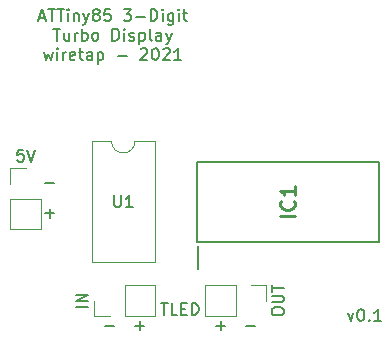
<source format=gbr>
%TF.GenerationSoftware,KiCad,Pcbnew,(5.1.6)-1*%
%TF.CreationDate,2021-07-08T13:54:37-04:00*%
%TF.ProjectId,Turbo-Display-V3-Simple,54757262-6f2d-4446-9973-706c61792d56,rev?*%
%TF.SameCoordinates,Original*%
%TF.FileFunction,Legend,Top*%
%TF.FilePolarity,Positive*%
%FSLAX46Y46*%
G04 Gerber Fmt 4.6, Leading zero omitted, Abs format (unit mm)*
G04 Created by KiCad (PCBNEW (5.1.6)-1) date 2021-07-08 13:54:37*
%MOMM*%
%LPD*%
G01*
G04 APERTURE LIST*
%ADD10C,0.150000*%
%ADD11C,0.200000*%
%ADD12C,0.120000*%
%ADD13C,0.254000*%
G04 APERTURE END LIST*
D10*
X150336428Y-106592714D02*
X150574523Y-107259380D01*
X150812619Y-106592714D01*
X151384047Y-106259380D02*
X151479285Y-106259380D01*
X151574523Y-106307000D01*
X151622142Y-106354619D01*
X151669761Y-106449857D01*
X151717380Y-106640333D01*
X151717380Y-106878428D01*
X151669761Y-107068904D01*
X151622142Y-107164142D01*
X151574523Y-107211761D01*
X151479285Y-107259380D01*
X151384047Y-107259380D01*
X151288809Y-107211761D01*
X151241190Y-107164142D01*
X151193571Y-107068904D01*
X151145952Y-106878428D01*
X151145952Y-106640333D01*
X151193571Y-106449857D01*
X151241190Y-106354619D01*
X151288809Y-106307000D01*
X151384047Y-106259380D01*
X152145952Y-107164142D02*
X152193571Y-107211761D01*
X152145952Y-107259380D01*
X152098333Y-107211761D01*
X152145952Y-107164142D01*
X152145952Y-107259380D01*
X153145952Y-107259380D02*
X152574523Y-107259380D01*
X152860238Y-107259380D02*
X152860238Y-106259380D01*
X152765000Y-106402238D01*
X152669761Y-106497476D01*
X152574523Y-106545095D01*
X124214714Y-81574666D02*
X124690904Y-81574666D01*
X124119476Y-81860380D02*
X124452809Y-80860380D01*
X124786142Y-81860380D01*
X124976619Y-80860380D02*
X125548047Y-80860380D01*
X125262333Y-81860380D02*
X125262333Y-80860380D01*
X125738523Y-80860380D02*
X126309952Y-80860380D01*
X126024238Y-81860380D02*
X126024238Y-80860380D01*
X126643285Y-81860380D02*
X126643285Y-81193714D01*
X126643285Y-80860380D02*
X126595666Y-80908000D01*
X126643285Y-80955619D01*
X126690904Y-80908000D01*
X126643285Y-80860380D01*
X126643285Y-80955619D01*
X127119476Y-81193714D02*
X127119476Y-81860380D01*
X127119476Y-81288952D02*
X127167095Y-81241333D01*
X127262333Y-81193714D01*
X127405190Y-81193714D01*
X127500428Y-81241333D01*
X127548047Y-81336571D01*
X127548047Y-81860380D01*
X127929000Y-81193714D02*
X128167095Y-81860380D01*
X128405190Y-81193714D02*
X128167095Y-81860380D01*
X128071857Y-82098476D01*
X128024238Y-82146095D01*
X127929000Y-82193714D01*
X128929000Y-81288952D02*
X128833761Y-81241333D01*
X128786142Y-81193714D01*
X128738523Y-81098476D01*
X128738523Y-81050857D01*
X128786142Y-80955619D01*
X128833761Y-80908000D01*
X128929000Y-80860380D01*
X129119476Y-80860380D01*
X129214714Y-80908000D01*
X129262333Y-80955619D01*
X129309952Y-81050857D01*
X129309952Y-81098476D01*
X129262333Y-81193714D01*
X129214714Y-81241333D01*
X129119476Y-81288952D01*
X128929000Y-81288952D01*
X128833761Y-81336571D01*
X128786142Y-81384190D01*
X128738523Y-81479428D01*
X128738523Y-81669904D01*
X128786142Y-81765142D01*
X128833761Y-81812761D01*
X128929000Y-81860380D01*
X129119476Y-81860380D01*
X129214714Y-81812761D01*
X129262333Y-81765142D01*
X129309952Y-81669904D01*
X129309952Y-81479428D01*
X129262333Y-81384190D01*
X129214714Y-81336571D01*
X129119476Y-81288952D01*
X130214714Y-80860380D02*
X129738523Y-80860380D01*
X129690904Y-81336571D01*
X129738523Y-81288952D01*
X129833761Y-81241333D01*
X130071857Y-81241333D01*
X130167095Y-81288952D01*
X130214714Y-81336571D01*
X130262333Y-81431809D01*
X130262333Y-81669904D01*
X130214714Y-81765142D01*
X130167095Y-81812761D01*
X130071857Y-81860380D01*
X129833761Y-81860380D01*
X129738523Y-81812761D01*
X129690904Y-81765142D01*
X131357571Y-80860380D02*
X131976619Y-80860380D01*
X131643285Y-81241333D01*
X131786142Y-81241333D01*
X131881380Y-81288952D01*
X131929000Y-81336571D01*
X131976619Y-81431809D01*
X131976619Y-81669904D01*
X131929000Y-81765142D01*
X131881380Y-81812761D01*
X131786142Y-81860380D01*
X131500428Y-81860380D01*
X131405190Y-81812761D01*
X131357571Y-81765142D01*
X132405190Y-81479428D02*
X133167095Y-81479428D01*
X133643285Y-81860380D02*
X133643285Y-80860380D01*
X133881380Y-80860380D01*
X134024238Y-80908000D01*
X134119476Y-81003238D01*
X134167095Y-81098476D01*
X134214714Y-81288952D01*
X134214714Y-81431809D01*
X134167095Y-81622285D01*
X134119476Y-81717523D01*
X134024238Y-81812761D01*
X133881380Y-81860380D01*
X133643285Y-81860380D01*
X134643285Y-81860380D02*
X134643285Y-81193714D01*
X134643285Y-80860380D02*
X134595666Y-80908000D01*
X134643285Y-80955619D01*
X134690904Y-80908000D01*
X134643285Y-80860380D01*
X134643285Y-80955619D01*
X135548047Y-81193714D02*
X135548047Y-82003238D01*
X135500428Y-82098476D01*
X135452809Y-82146095D01*
X135357571Y-82193714D01*
X135214714Y-82193714D01*
X135119476Y-82146095D01*
X135548047Y-81812761D02*
X135452809Y-81860380D01*
X135262333Y-81860380D01*
X135167095Y-81812761D01*
X135119476Y-81765142D01*
X135071857Y-81669904D01*
X135071857Y-81384190D01*
X135119476Y-81288952D01*
X135167095Y-81241333D01*
X135262333Y-81193714D01*
X135452809Y-81193714D01*
X135548047Y-81241333D01*
X136024238Y-81860380D02*
X136024238Y-81193714D01*
X136024238Y-80860380D02*
X135976619Y-80908000D01*
X136024238Y-80955619D01*
X136071857Y-80908000D01*
X136024238Y-80860380D01*
X136024238Y-80955619D01*
X136357571Y-81193714D02*
X136738523Y-81193714D01*
X136500428Y-80860380D02*
X136500428Y-81717523D01*
X136548047Y-81812761D01*
X136643285Y-81860380D01*
X136738523Y-81860380D01*
X125405190Y-82510380D02*
X125976619Y-82510380D01*
X125690904Y-83510380D02*
X125690904Y-82510380D01*
X126738523Y-82843714D02*
X126738523Y-83510380D01*
X126309952Y-82843714D02*
X126309952Y-83367523D01*
X126357571Y-83462761D01*
X126452809Y-83510380D01*
X126595666Y-83510380D01*
X126690904Y-83462761D01*
X126738523Y-83415142D01*
X127214714Y-83510380D02*
X127214714Y-82843714D01*
X127214714Y-83034190D02*
X127262333Y-82938952D01*
X127309952Y-82891333D01*
X127405190Y-82843714D01*
X127500428Y-82843714D01*
X127833761Y-83510380D02*
X127833761Y-82510380D01*
X127833761Y-82891333D02*
X127929000Y-82843714D01*
X128119476Y-82843714D01*
X128214714Y-82891333D01*
X128262333Y-82938952D01*
X128309952Y-83034190D01*
X128309952Y-83319904D01*
X128262333Y-83415142D01*
X128214714Y-83462761D01*
X128119476Y-83510380D01*
X127929000Y-83510380D01*
X127833761Y-83462761D01*
X128881380Y-83510380D02*
X128786142Y-83462761D01*
X128738523Y-83415142D01*
X128690904Y-83319904D01*
X128690904Y-83034190D01*
X128738523Y-82938952D01*
X128786142Y-82891333D01*
X128881380Y-82843714D01*
X129024238Y-82843714D01*
X129119476Y-82891333D01*
X129167095Y-82938952D01*
X129214714Y-83034190D01*
X129214714Y-83319904D01*
X129167095Y-83415142D01*
X129119476Y-83462761D01*
X129024238Y-83510380D01*
X128881380Y-83510380D01*
X130405190Y-83510380D02*
X130405190Y-82510380D01*
X130643285Y-82510380D01*
X130786142Y-82558000D01*
X130881380Y-82653238D01*
X130929000Y-82748476D01*
X130976619Y-82938952D01*
X130976619Y-83081809D01*
X130929000Y-83272285D01*
X130881380Y-83367523D01*
X130786142Y-83462761D01*
X130643285Y-83510380D01*
X130405190Y-83510380D01*
X131405190Y-83510380D02*
X131405190Y-82843714D01*
X131405190Y-82510380D02*
X131357571Y-82558000D01*
X131405190Y-82605619D01*
X131452809Y-82558000D01*
X131405190Y-82510380D01*
X131405190Y-82605619D01*
X131833761Y-83462761D02*
X131929000Y-83510380D01*
X132119476Y-83510380D01*
X132214714Y-83462761D01*
X132262333Y-83367523D01*
X132262333Y-83319904D01*
X132214714Y-83224666D01*
X132119476Y-83177047D01*
X131976619Y-83177047D01*
X131881380Y-83129428D01*
X131833761Y-83034190D01*
X131833761Y-82986571D01*
X131881380Y-82891333D01*
X131976619Y-82843714D01*
X132119476Y-82843714D01*
X132214714Y-82891333D01*
X132690904Y-82843714D02*
X132690904Y-83843714D01*
X132690904Y-82891333D02*
X132786142Y-82843714D01*
X132976619Y-82843714D01*
X133071857Y-82891333D01*
X133119476Y-82938952D01*
X133167095Y-83034190D01*
X133167095Y-83319904D01*
X133119476Y-83415142D01*
X133071857Y-83462761D01*
X132976619Y-83510380D01*
X132786142Y-83510380D01*
X132690904Y-83462761D01*
X133738523Y-83510380D02*
X133643285Y-83462761D01*
X133595666Y-83367523D01*
X133595666Y-82510380D01*
X134548047Y-83510380D02*
X134548047Y-82986571D01*
X134500428Y-82891333D01*
X134405190Y-82843714D01*
X134214714Y-82843714D01*
X134119476Y-82891333D01*
X134548047Y-83462761D02*
X134452809Y-83510380D01*
X134214714Y-83510380D01*
X134119476Y-83462761D01*
X134071857Y-83367523D01*
X134071857Y-83272285D01*
X134119476Y-83177047D01*
X134214714Y-83129428D01*
X134452809Y-83129428D01*
X134548047Y-83081809D01*
X134929000Y-82843714D02*
X135167095Y-83510380D01*
X135405190Y-82843714D02*
X135167095Y-83510380D01*
X135071857Y-83748476D01*
X135024238Y-83796095D01*
X134929000Y-83843714D01*
X124595666Y-84493714D02*
X124786142Y-85160380D01*
X124976619Y-84684190D01*
X125167095Y-85160380D01*
X125357571Y-84493714D01*
X125738523Y-85160380D02*
X125738523Y-84493714D01*
X125738523Y-84160380D02*
X125690904Y-84208000D01*
X125738523Y-84255619D01*
X125786142Y-84208000D01*
X125738523Y-84160380D01*
X125738523Y-84255619D01*
X126214714Y-85160380D02*
X126214714Y-84493714D01*
X126214714Y-84684190D02*
X126262333Y-84588952D01*
X126309952Y-84541333D01*
X126405190Y-84493714D01*
X126500428Y-84493714D01*
X127214714Y-85112761D02*
X127119476Y-85160380D01*
X126929000Y-85160380D01*
X126833761Y-85112761D01*
X126786142Y-85017523D01*
X126786142Y-84636571D01*
X126833761Y-84541333D01*
X126929000Y-84493714D01*
X127119476Y-84493714D01*
X127214714Y-84541333D01*
X127262333Y-84636571D01*
X127262333Y-84731809D01*
X126786142Y-84827047D01*
X127548047Y-84493714D02*
X127929000Y-84493714D01*
X127690904Y-84160380D02*
X127690904Y-85017523D01*
X127738523Y-85112761D01*
X127833761Y-85160380D01*
X127929000Y-85160380D01*
X128690904Y-85160380D02*
X128690904Y-84636571D01*
X128643285Y-84541333D01*
X128548047Y-84493714D01*
X128357571Y-84493714D01*
X128262333Y-84541333D01*
X128690904Y-85112761D02*
X128595666Y-85160380D01*
X128357571Y-85160380D01*
X128262333Y-85112761D01*
X128214714Y-85017523D01*
X128214714Y-84922285D01*
X128262333Y-84827047D01*
X128357571Y-84779428D01*
X128595666Y-84779428D01*
X128690904Y-84731809D01*
X129167095Y-84493714D02*
X129167095Y-85493714D01*
X129167095Y-84541333D02*
X129262333Y-84493714D01*
X129452809Y-84493714D01*
X129548047Y-84541333D01*
X129595666Y-84588952D01*
X129643285Y-84684190D01*
X129643285Y-84969904D01*
X129595666Y-85065142D01*
X129548047Y-85112761D01*
X129452809Y-85160380D01*
X129262333Y-85160380D01*
X129167095Y-85112761D01*
X130833761Y-84779428D02*
X131595666Y-84779428D01*
X132786142Y-84255619D02*
X132833761Y-84208000D01*
X132929000Y-84160380D01*
X133167095Y-84160380D01*
X133262333Y-84208000D01*
X133309952Y-84255619D01*
X133357571Y-84350857D01*
X133357571Y-84446095D01*
X133309952Y-84588952D01*
X132738523Y-85160380D01*
X133357571Y-85160380D01*
X133976619Y-84160380D02*
X134071857Y-84160380D01*
X134167095Y-84208000D01*
X134214714Y-84255619D01*
X134262333Y-84350857D01*
X134309952Y-84541333D01*
X134309952Y-84779428D01*
X134262333Y-84969904D01*
X134214714Y-85065142D01*
X134167095Y-85112761D01*
X134071857Y-85160380D01*
X133976619Y-85160380D01*
X133881380Y-85112761D01*
X133833761Y-85065142D01*
X133786142Y-84969904D01*
X133738523Y-84779428D01*
X133738523Y-84541333D01*
X133786142Y-84350857D01*
X133833761Y-84255619D01*
X133881380Y-84208000D01*
X133976619Y-84160380D01*
X134690904Y-84255619D02*
X134738523Y-84208000D01*
X134833761Y-84160380D01*
X135071857Y-84160380D01*
X135167095Y-84208000D01*
X135214714Y-84255619D01*
X135262333Y-84350857D01*
X135262333Y-84446095D01*
X135214714Y-84588952D01*
X134643285Y-85160380D01*
X135262333Y-85160380D01*
X136214714Y-85160380D02*
X135643285Y-85160380D01*
X135929000Y-85160380D02*
X135929000Y-84160380D01*
X135833761Y-84303238D01*
X135738523Y-84398476D01*
X135643285Y-84446095D01*
X124714047Y-98115428D02*
X125475952Y-98115428D01*
X125095000Y-98496380D02*
X125095000Y-97734476D01*
X124714047Y-95575428D02*
X125475952Y-95575428D01*
X132334047Y-107640428D02*
X133095952Y-107640428D01*
X132715000Y-108021380D02*
X132715000Y-107259476D01*
X129794047Y-107640428D02*
X130555952Y-107640428D01*
X141732047Y-107640428D02*
X142493952Y-107640428D01*
X139192047Y-107640428D02*
X139953952Y-107640428D01*
X139573000Y-108021380D02*
X139573000Y-107259476D01*
X134501142Y-105751380D02*
X135072571Y-105751380D01*
X134786857Y-106751380D02*
X134786857Y-105751380D01*
X135882095Y-106751380D02*
X135405904Y-106751380D01*
X135405904Y-105751380D01*
X136215428Y-106227571D02*
X136548761Y-106227571D01*
X136691619Y-106751380D02*
X136215428Y-106751380D01*
X136215428Y-105751380D01*
X136691619Y-105751380D01*
X137120190Y-106751380D02*
X137120190Y-105751380D01*
X137358285Y-105751380D01*
X137501142Y-105799000D01*
X137596380Y-105894238D01*
X137644000Y-105989476D01*
X137691619Y-106179952D01*
X137691619Y-106322809D01*
X137644000Y-106513285D01*
X137596380Y-106608523D01*
X137501142Y-106703761D01*
X137358285Y-106751380D01*
X137120190Y-106751380D01*
D11*
%TO.C,IC1*%
X137588000Y-100555000D02*
X137588000Y-93755000D01*
X137588000Y-93755000D02*
X152988000Y-93755000D01*
X152988000Y-93755000D02*
X152988000Y-100555000D01*
X152988000Y-100555000D02*
X137588000Y-100555000D01*
X137628000Y-102830000D02*
X137628000Y-100905000D01*
D12*
%TO.C,5V*%
X121733000Y-99501000D02*
X124393000Y-99501000D01*
X121733000Y-96901000D02*
X121733000Y-99501000D01*
X124393000Y-96901000D02*
X124393000Y-99501000D01*
X121733000Y-96901000D02*
X124393000Y-96901000D01*
X121733000Y-95631000D02*
X121733000Y-94301000D01*
X121733000Y-94301000D02*
X123063000Y-94301000D01*
%TO.C,IN*%
X134045000Y-106867000D02*
X134045000Y-104207000D01*
X131445000Y-106867000D02*
X134045000Y-106867000D01*
X131445000Y-104207000D02*
X134045000Y-104207000D01*
X131445000Y-106867000D02*
X131445000Y-104207000D01*
X130175000Y-106867000D02*
X128845000Y-106867000D01*
X128845000Y-106867000D02*
X128845000Y-105537000D01*
%TO.C,OUT*%
X143443000Y-104207000D02*
X143443000Y-105537000D01*
X142113000Y-104207000D02*
X143443000Y-104207000D01*
X140843000Y-104207000D02*
X140843000Y-106867000D01*
X140843000Y-106867000D02*
X138243000Y-106867000D01*
X140843000Y-104207000D02*
X138243000Y-104207000D01*
X138243000Y-104207000D02*
X138243000Y-106867000D01*
%TO.C,U1*%
X130318000Y-92015000D02*
X128668000Y-92015000D01*
X128668000Y-92015000D02*
X128668000Y-102295000D01*
X128668000Y-102295000D02*
X133968000Y-102295000D01*
X133968000Y-102295000D02*
X133968000Y-92015000D01*
X133968000Y-92015000D02*
X132318000Y-92015000D01*
X132318000Y-92015000D02*
G75*
G02*
X130318000Y-92015000I-1000000J0D01*
G01*
%TO.C,IC1*%
D13*
X145862523Y-98394761D02*
X144592523Y-98394761D01*
X145741571Y-97064285D02*
X145802047Y-97124761D01*
X145862523Y-97306190D01*
X145862523Y-97427142D01*
X145802047Y-97608571D01*
X145681095Y-97729523D01*
X145560142Y-97790000D01*
X145318238Y-97850476D01*
X145136809Y-97850476D01*
X144894904Y-97790000D01*
X144773952Y-97729523D01*
X144653000Y-97608571D01*
X144592523Y-97427142D01*
X144592523Y-97306190D01*
X144653000Y-97124761D01*
X144713476Y-97064285D01*
X145862523Y-95854761D02*
X145862523Y-96580476D01*
X145862523Y-96217619D02*
X144592523Y-96217619D01*
X144773952Y-96338571D01*
X144894904Y-96459523D01*
X144955380Y-96580476D01*
%TO.C,5V*%
D10*
X122872523Y-92753380D02*
X122396333Y-92753380D01*
X122348714Y-93229571D01*
X122396333Y-93181952D01*
X122491571Y-93134333D01*
X122729666Y-93134333D01*
X122824904Y-93181952D01*
X122872523Y-93229571D01*
X122920142Y-93324809D01*
X122920142Y-93562904D01*
X122872523Y-93658142D01*
X122824904Y-93705761D01*
X122729666Y-93753380D01*
X122491571Y-93753380D01*
X122396333Y-93705761D01*
X122348714Y-93658142D01*
X123205857Y-92753380D02*
X123539190Y-93753380D01*
X123872523Y-92753380D01*
%TO.C,IN*%
X128297380Y-106060809D02*
X127297380Y-106060809D01*
X128297380Y-105584619D02*
X127297380Y-105584619D01*
X128297380Y-105013190D01*
X127297380Y-105013190D01*
%TO.C,OUT*%
X143895380Y-106537000D02*
X143895380Y-106346523D01*
X143943000Y-106251285D01*
X144038238Y-106156047D01*
X144228714Y-106108428D01*
X144562047Y-106108428D01*
X144752523Y-106156047D01*
X144847761Y-106251285D01*
X144895380Y-106346523D01*
X144895380Y-106537000D01*
X144847761Y-106632238D01*
X144752523Y-106727476D01*
X144562047Y-106775095D01*
X144228714Y-106775095D01*
X144038238Y-106727476D01*
X143943000Y-106632238D01*
X143895380Y-106537000D01*
X143895380Y-105679857D02*
X144704904Y-105679857D01*
X144800142Y-105632238D01*
X144847761Y-105584619D01*
X144895380Y-105489380D01*
X144895380Y-105298904D01*
X144847761Y-105203666D01*
X144800142Y-105156047D01*
X144704904Y-105108428D01*
X143895380Y-105108428D01*
X143895380Y-104775095D02*
X143895380Y-104203666D01*
X144895380Y-104489380D02*
X143895380Y-104489380D01*
%TO.C,U1*%
X130556095Y-96607380D02*
X130556095Y-97416904D01*
X130603714Y-97512142D01*
X130651333Y-97559761D01*
X130746571Y-97607380D01*
X130937047Y-97607380D01*
X131032285Y-97559761D01*
X131079904Y-97512142D01*
X131127523Y-97416904D01*
X131127523Y-96607380D01*
X132127523Y-97607380D02*
X131556095Y-97607380D01*
X131841809Y-97607380D02*
X131841809Y-96607380D01*
X131746571Y-96750238D01*
X131651333Y-96845476D01*
X131556095Y-96893095D01*
%TD*%
M02*

</source>
